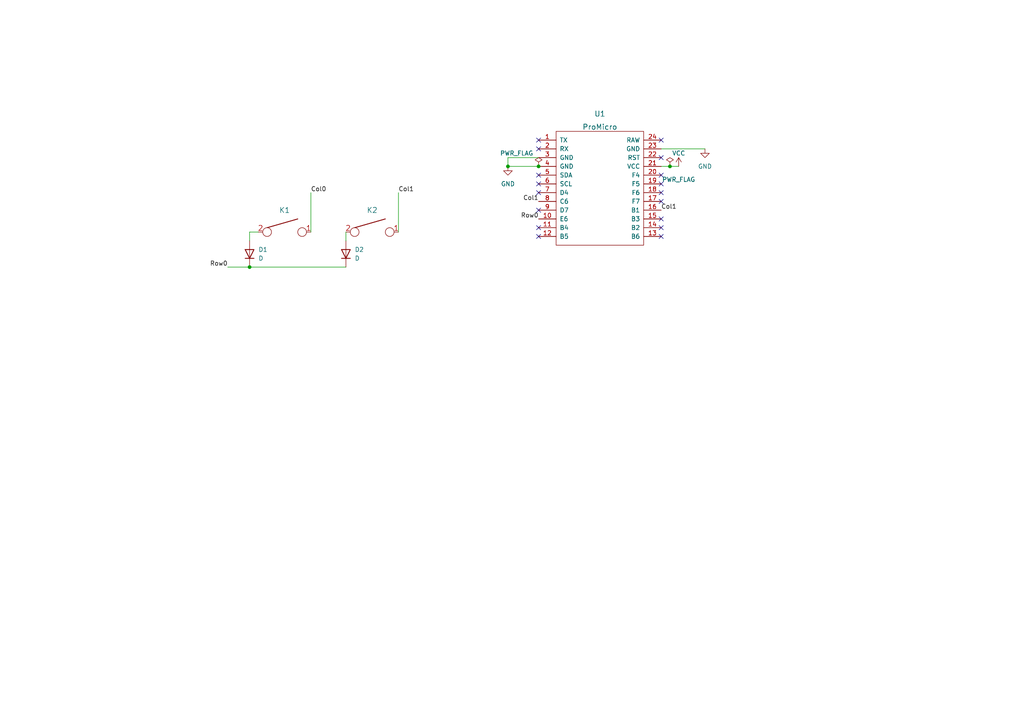
<source format=kicad_sch>
(kicad_sch (version 20211123) (generator eeschema)

  (uuid e63e39d7-6ac0-4ffd-8aa3-1841a4541b55)

  (paper "A4")

  (lib_symbols
    (symbol "Device:D" (pin_numbers hide) (pin_names (offset 1.016) hide) (in_bom yes) (on_board yes)
      (property "Reference" "D" (id 0) (at 0 2.54 0)
        (effects (font (size 1.27 1.27)))
      )
      (property "Value" "D" (id 1) (at 0 -2.54 0)
        (effects (font (size 1.27 1.27)))
      )
      (property "Footprint" "" (id 2) (at 0 0 0)
        (effects (font (size 1.27 1.27)) hide)
      )
      (property "Datasheet" "~" (id 3) (at 0 0 0)
        (effects (font (size 1.27 1.27)) hide)
      )
      (property "ki_keywords" "diode" (id 4) (at 0 0 0)
        (effects (font (size 1.27 1.27)) hide)
      )
      (property "ki_description" "Diode" (id 5) (at 0 0 0)
        (effects (font (size 1.27 1.27)) hide)
      )
      (property "ki_fp_filters" "TO-???* *_Diode_* *SingleDiode* D_*" (id 6) (at 0 0 0)
        (effects (font (size 1.27 1.27)) hide)
      )
      (symbol "D_0_1"
        (polyline
          (pts
            (xy -1.27 1.27)
            (xy -1.27 -1.27)
          )
          (stroke (width 0.254) (type default) (color 0 0 0 0))
          (fill (type none))
        )
        (polyline
          (pts
            (xy 1.27 0)
            (xy -1.27 0)
          )
          (stroke (width 0) (type default) (color 0 0 0 0))
          (fill (type none))
        )
        (polyline
          (pts
            (xy 1.27 1.27)
            (xy 1.27 -1.27)
            (xy -1.27 0)
            (xy 1.27 1.27)
          )
          (stroke (width 0.254) (type default) (color 0 0 0 0))
          (fill (type none))
        )
      )
      (symbol "D_1_1"
        (pin passive line (at -3.81 0 0) (length 2.54)
          (name "K" (effects (font (size 1.27 1.27))))
          (number "1" (effects (font (size 1.27 1.27))))
        )
        (pin passive line (at 3.81 0 180) (length 2.54)
          (name "A" (effects (font (size 1.27 1.27))))
          (number "2" (effects (font (size 1.27 1.27))))
        )
      )
    )
    (symbol "Keyboard:KEYSW" (pin_names (offset 1.016)) (in_bom yes) (on_board yes)
      (property "Reference" "K?" (id 0) (at -1.27 0 0)
        (effects (font (size 1.524 1.524)))
      )
      (property "Value" "KEYSW" (id 1) (at 0 -2.54 0)
        (effects (font (size 1.524 1.524)) hide)
      )
      (property "Footprint" "" (id 2) (at 0 0 0)
        (effects (font (size 1.524 1.524)))
      )
      (property "Datasheet" "" (id 3) (at 0 0 0)
        (effects (font (size 1.524 1.524)))
      )
      (symbol "KEYSW_0_1"
        (circle (center -5.08 0) (radius 1.27)
          (stroke (width 0) (type default) (color 0 0 0 0))
          (fill (type none))
        )
        (polyline
          (pts
            (xy -5.08 1.27)
            (xy 3.81 3.81)
          )
          (stroke (width 0.254) (type default) (color 0 0 0 0))
          (fill (type none))
        )
        (circle (center 5.08 0) (radius 1.27)
          (stroke (width 0) (type default) (color 0 0 0 0))
          (fill (type none))
        )
      )
      (symbol "KEYSW_1_1"
        (pin passive line (at 7.62 0 180) (length 1.27)
          (name "~" (effects (font (size 1.524 1.524))))
          (number "1" (effects (font (size 1.524 1.524))))
        )
        (pin passive line (at -7.62 0 0) (length 1.27)
          (name "~" (effects (font (size 1.524 1.524))))
          (number "2" (effects (font (size 1.524 1.524))))
        )
      )
    )
    (symbol "power:GND" (power) (pin_names (offset 0)) (in_bom yes) (on_board yes)
      (property "Reference" "#PWR" (id 0) (at 0 -6.35 0)
        (effects (font (size 1.27 1.27)) hide)
      )
      (property "Value" "GND" (id 1) (at 0 -3.81 0)
        (effects (font (size 1.27 1.27)))
      )
      (property "Footprint" "" (id 2) (at 0 0 0)
        (effects (font (size 1.27 1.27)) hide)
      )
      (property "Datasheet" "" (id 3) (at 0 0 0)
        (effects (font (size 1.27 1.27)) hide)
      )
      (property "ki_keywords" "power-flag" (id 4) (at 0 0 0)
        (effects (font (size 1.27 1.27)) hide)
      )
      (property "ki_description" "Power symbol creates a global label with name \"GND\" , ground" (id 5) (at 0 0 0)
        (effects (font (size 1.27 1.27)) hide)
      )
      (symbol "GND_0_1"
        (polyline
          (pts
            (xy 0 0)
            (xy 0 -1.27)
            (xy 1.27 -1.27)
            (xy 0 -2.54)
            (xy -1.27 -1.27)
            (xy 0 -1.27)
          )
          (stroke (width 0) (type default) (color 0 0 0 0))
          (fill (type none))
        )
      )
      (symbol "GND_1_1"
        (pin power_in line (at 0 0 270) (length 0) hide
          (name "GND" (effects (font (size 1.27 1.27))))
          (number "1" (effects (font (size 1.27 1.27))))
        )
      )
    )
    (symbol "power:PWR_FLAG" (power) (pin_numbers hide) (pin_names (offset 0) hide) (in_bom yes) (on_board yes)
      (property "Reference" "#FLG" (id 0) (at 0 1.905 0)
        (effects (font (size 1.27 1.27)) hide)
      )
      (property "Value" "PWR_FLAG" (id 1) (at 0 3.81 0)
        (effects (font (size 1.27 1.27)))
      )
      (property "Footprint" "" (id 2) (at 0 0 0)
        (effects (font (size 1.27 1.27)) hide)
      )
      (property "Datasheet" "~" (id 3) (at 0 0 0)
        (effects (font (size 1.27 1.27)) hide)
      )
      (property "ki_keywords" "power-flag" (id 4) (at 0 0 0)
        (effects (font (size 1.27 1.27)) hide)
      )
      (property "ki_description" "Special symbol for telling ERC where power comes from" (id 5) (at 0 0 0)
        (effects (font (size 1.27 1.27)) hide)
      )
      (symbol "PWR_FLAG_0_0"
        (pin power_out line (at 0 0 90) (length 0)
          (name "pwr" (effects (font (size 1.27 1.27))))
          (number "1" (effects (font (size 1.27 1.27))))
        )
      )
      (symbol "PWR_FLAG_0_1"
        (polyline
          (pts
            (xy 0 0)
            (xy 0 1.27)
            (xy -1.016 1.905)
            (xy 0 2.54)
            (xy 1.016 1.905)
            (xy 0 1.27)
          )
          (stroke (width 0) (type default) (color 0 0 0 0))
          (fill (type none))
        )
      )
    )
    (symbol "power:VCC" (power) (pin_names (offset 0)) (in_bom yes) (on_board yes)
      (property "Reference" "#PWR" (id 0) (at 0 -3.81 0)
        (effects (font (size 1.27 1.27)) hide)
      )
      (property "Value" "VCC" (id 1) (at 0 3.81 0)
        (effects (font (size 1.27 1.27)))
      )
      (property "Footprint" "" (id 2) (at 0 0 0)
        (effects (font (size 1.27 1.27)) hide)
      )
      (property "Datasheet" "" (id 3) (at 0 0 0)
        (effects (font (size 1.27 1.27)) hide)
      )
      (property "ki_keywords" "power-flag" (id 4) (at 0 0 0)
        (effects (font (size 1.27 1.27)) hide)
      )
      (property "ki_description" "Power symbol creates a global label with name \"VCC\"" (id 5) (at 0 0 0)
        (effects (font (size 1.27 1.27)) hide)
      )
      (symbol "VCC_0_1"
        (polyline
          (pts
            (xy -0.762 1.27)
            (xy 0 2.54)
          )
          (stroke (width 0) (type default) (color 0 0 0 0))
          (fill (type none))
        )
        (polyline
          (pts
            (xy 0 0)
            (xy 0 2.54)
          )
          (stroke (width 0) (type default) (color 0 0 0 0))
          (fill (type none))
        )
        (polyline
          (pts
            (xy 0 2.54)
            (xy 0.762 1.27)
          )
          (stroke (width 0) (type default) (color 0 0 0 0))
          (fill (type none))
        )
      )
      (symbol "VCC_1_1"
        (pin power_in line (at 0 0 90) (length 0) hide
          (name "VCC" (effects (font (size 1.27 1.27))))
          (number "1" (effects (font (size 1.27 1.27))))
        )
      )
    )
    (symbol "promicro:ProMicro" (pin_names (offset 1.016)) (in_bom yes) (on_board yes)
      (property "Reference" "U" (id 0) (at 0 24.13 0)
        (effects (font (size 1.524 1.524)))
      )
      (property "Value" "ProMicro" (id 1) (at 0 -13.97 0)
        (effects (font (size 1.524 1.524)))
      )
      (property "Footprint" "" (id 2) (at 2.54 -26.67 0)
        (effects (font (size 1.524 1.524)))
      )
      (property "Datasheet" "" (id 3) (at 2.54 -26.67 0)
        (effects (font (size 1.524 1.524)))
      )
      (symbol "ProMicro_0_1"
        (rectangle (start -12.7 21.59) (end 12.7 -11.43)
          (stroke (width 0) (type default) (color 0 0 0 0))
          (fill (type none))
        )
      )
      (symbol "ProMicro_1_1"
        (pin bidirectional line (at -17.78 19.05 0) (length 5.08)
          (name "TX" (effects (font (size 1.27 1.27))))
          (number "1" (effects (font (size 1.27 1.27))))
        )
        (pin bidirectional line (at -17.78 -3.81 0) (length 5.08)
          (name "E6" (effects (font (size 1.27 1.27))))
          (number "10" (effects (font (size 1.27 1.27))))
        )
        (pin bidirectional line (at -17.78 -6.35 0) (length 5.08)
          (name "B4" (effects (font (size 1.27 1.27))))
          (number "11" (effects (font (size 1.27 1.27))))
        )
        (pin bidirectional line (at -17.78 -8.89 0) (length 5.08)
          (name "B5" (effects (font (size 1.27 1.27))))
          (number "12" (effects (font (size 1.27 1.27))))
        )
        (pin bidirectional line (at 17.78 -8.89 180) (length 5.08)
          (name "B6" (effects (font (size 1.27 1.27))))
          (number "13" (effects (font (size 1.27 1.27))))
        )
        (pin bidirectional line (at 17.78 -6.35 180) (length 5.08)
          (name "B2" (effects (font (size 1.27 1.27))))
          (number "14" (effects (font (size 1.27 1.27))))
        )
        (pin bidirectional line (at 17.78 -3.81 180) (length 5.08)
          (name "B3" (effects (font (size 1.27 1.27))))
          (number "15" (effects (font (size 1.27 1.27))))
        )
        (pin bidirectional line (at 17.78 -1.27 180) (length 5.08)
          (name "B1" (effects (font (size 1.27 1.27))))
          (number "16" (effects (font (size 1.27 1.27))))
        )
        (pin bidirectional line (at 17.78 1.27 180) (length 5.08)
          (name "F7" (effects (font (size 1.27 1.27))))
          (number "17" (effects (font (size 1.27 1.27))))
        )
        (pin bidirectional line (at 17.78 3.81 180) (length 5.08)
          (name "F6" (effects (font (size 1.27 1.27))))
          (number "18" (effects (font (size 1.27 1.27))))
        )
        (pin bidirectional line (at 17.78 6.35 180) (length 5.08)
          (name "F5" (effects (font (size 1.27 1.27))))
          (number "19" (effects (font (size 1.27 1.27))))
        )
        (pin bidirectional line (at -17.78 16.51 0) (length 5.08)
          (name "RX" (effects (font (size 1.27 1.27))))
          (number "2" (effects (font (size 1.27 1.27))))
        )
        (pin bidirectional line (at 17.78 8.89 180) (length 5.08)
          (name "F4" (effects (font (size 1.27 1.27))))
          (number "20" (effects (font (size 1.27 1.27))))
        )
        (pin power_in line (at 17.78 11.43 180) (length 5.08)
          (name "VCC" (effects (font (size 1.27 1.27))))
          (number "21" (effects (font (size 1.27 1.27))))
        )
        (pin input line (at 17.78 13.97 180) (length 5.08)
          (name "RST" (effects (font (size 1.27 1.27))))
          (number "22" (effects (font (size 1.27 1.27))))
        )
        (pin power_in line (at 17.78 16.51 180) (length 5.08)
          (name "GND" (effects (font (size 1.27 1.27))))
          (number "23" (effects (font (size 1.27 1.27))))
        )
        (pin power_out line (at 17.78 19.05 180) (length 5.08)
          (name "RAW" (effects (font (size 1.27 1.27))))
          (number "24" (effects (font (size 1.27 1.27))))
        )
        (pin power_in line (at -17.78 13.97 0) (length 5.08)
          (name "GND" (effects (font (size 1.27 1.27))))
          (number "3" (effects (font (size 1.27 1.27))))
        )
        (pin power_in line (at -17.78 11.43 0) (length 5.08)
          (name "GND" (effects (font (size 1.27 1.27))))
          (number "4" (effects (font (size 1.27 1.27))))
        )
        (pin bidirectional line (at -17.78 8.89 0) (length 5.08)
          (name "SDA" (effects (font (size 1.27 1.27))))
          (number "5" (effects (font (size 1.27 1.27))))
        )
        (pin bidirectional line (at -17.78 6.35 0) (length 5.08)
          (name "SCL" (effects (font (size 1.27 1.27))))
          (number "6" (effects (font (size 1.27 1.27))))
        )
        (pin bidirectional line (at -17.78 3.81 0) (length 5.08)
          (name "D4" (effects (font (size 1.27 1.27))))
          (number "7" (effects (font (size 1.27 1.27))))
        )
        (pin bidirectional line (at -17.78 1.27 0) (length 5.08)
          (name "C6" (effects (font (size 1.27 1.27))))
          (number "8" (effects (font (size 1.27 1.27))))
        )
        (pin bidirectional line (at -17.78 -1.27 0) (length 5.08)
          (name "D7" (effects (font (size 1.27 1.27))))
          (number "9" (effects (font (size 1.27 1.27))))
        )
      )
    )
  )

  (junction (at 194.31 48.26) (diameter 0) (color 0 0 0 0)
    (uuid 41637e79-1e2c-46ae-aafa-6e0676082275)
  )
  (junction (at 156.21 48.26) (diameter 0) (color 0 0 0 0)
    (uuid 51ed44a8-2d30-45c5-9849-ef3812c7334f)
  )
  (junction (at 147.32 48.26) (diameter 0) (color 0 0 0 0)
    (uuid 56f58940-4058-43c1-9e53-2a1e88e7057f)
  )
  (junction (at 72.39 77.47) (diameter 0) (color 0 0 0 0)
    (uuid 7a059e60-4045-409c-9f6e-c11b6e2ca600)
  )

  (no_connect (at 191.77 50.8) (uuid 250c0577-42f2-40dc-a874-97e7a4c3e0f1))
  (no_connect (at 191.77 40.64) (uuid 250c0577-42f2-40dc-a874-97e7a4c3e0f2))
  (no_connect (at 191.77 45.72) (uuid 250c0577-42f2-40dc-a874-97e7a4c3e0f3))
  (no_connect (at 191.77 68.58) (uuid 250c0577-42f2-40dc-a874-97e7a4c3e0f4))
  (no_connect (at 191.77 66.04) (uuid 250c0577-42f2-40dc-a874-97e7a4c3e0f5))
  (no_connect (at 191.77 63.5) (uuid 250c0577-42f2-40dc-a874-97e7a4c3e0f6))
  (no_connect (at 191.77 58.42) (uuid 250c0577-42f2-40dc-a874-97e7a4c3e0f8))
  (no_connect (at 191.77 55.88) (uuid 250c0577-42f2-40dc-a874-97e7a4c3e0f9))
  (no_connect (at 191.77 53.34) (uuid 250c0577-42f2-40dc-a874-97e7a4c3e0fa))
  (no_connect (at 156.21 68.58) (uuid 250c0577-42f2-40dc-a874-97e7a4c3e0fb))
  (no_connect (at 156.21 66.04) (uuid 250c0577-42f2-40dc-a874-97e7a4c3e0fc))
  (no_connect (at 156.21 55.88) (uuid 6600f252-a4e0-4ce7-94f9-197b6b8b176a))
  (no_connect (at 156.21 53.34) (uuid 6600f252-a4e0-4ce7-94f9-197b6b8b176b))
  (no_connect (at 156.21 50.8) (uuid 6600f252-a4e0-4ce7-94f9-197b6b8b176c))
  (no_connect (at 156.21 43.18) (uuid 6600f252-a4e0-4ce7-94f9-197b6b8b176d))
  (no_connect (at 156.21 40.64) (uuid 6600f252-a4e0-4ce7-94f9-197b6b8b176e))
  (no_connect (at 156.21 60.96) (uuid 6c84e268-9825-45b9-bb7b-3039bf698baf))

  (wire (pts (xy 66.04 77.47) (xy 72.39 77.47))
    (stroke (width 0) (type default) (color 0 0 0 0))
    (uuid 0907ba5b-23a2-47df-b72a-3e857b4194d4)
  )
  (wire (pts (xy 72.39 67.31) (xy 72.39 69.85))
    (stroke (width 0) (type default) (color 0 0 0 0))
    (uuid 2ba8bd04-af57-4389-bafa-1cfbe0173388)
  )
  (wire (pts (xy 72.39 77.47) (xy 100.33 77.47))
    (stroke (width 0) (type default) (color 0 0 0 0))
    (uuid 2dbc2bf5-c8e7-4eb8-a066-a7aeab68dbb0)
  )
  (wire (pts (xy 204.47 43.18) (xy 191.77 43.18))
    (stroke (width 0) (type default) (color 0 0 0 0))
    (uuid 2dfa5ed5-a08e-47be-8d11-a3d0aa1d63d9)
  )
  (wire (pts (xy 191.77 48.26) (xy 194.31 48.26))
    (stroke (width 0) (type default) (color 0 0 0 0))
    (uuid 66020b09-f5e9-4753-a5df-c923ece99209)
  )
  (wire (pts (xy 74.93 67.31) (xy 72.39 67.31))
    (stroke (width 0) (type default) (color 0 0 0 0))
    (uuid 6a2a595d-9b7e-4692-8ecb-c5acc0d90a36)
  )
  (wire (pts (xy 156.21 45.72) (xy 147.32 45.72))
    (stroke (width 0) (type default) (color 0 0 0 0))
    (uuid 835ff427-677b-4565-9fda-710a036f7d8a)
  )
  (wire (pts (xy 100.33 67.31) (xy 100.33 69.85))
    (stroke (width 0) (type default) (color 0 0 0 0))
    (uuid 847f43cc-fae8-45c9-a1a7-88765846bfd1)
  )
  (wire (pts (xy 90.17 55.88) (xy 90.17 67.31))
    (stroke (width 0) (type default) (color 0 0 0 0))
    (uuid 9a5ca680-e402-4525-a9c4-1ac0001899ec)
  )
  (wire (pts (xy 147.32 48.26) (xy 156.21 48.26))
    (stroke (width 0) (type default) (color 0 0 0 0))
    (uuid 9dc6aaa9-5886-47bb-8067-7b640273282e)
  )
  (wire (pts (xy 115.57 55.88) (xy 115.57 67.31))
    (stroke (width 0) (type default) (color 0 0 0 0))
    (uuid c416363a-4b13-4ea6-9a13-7f89ce63afc5)
  )
  (wire (pts (xy 194.31 48.26) (xy 196.85 48.26))
    (stroke (width 0) (type default) (color 0 0 0 0))
    (uuid ce129e87-3383-4312-903a-c40ad8f707cd)
  )
  (wire (pts (xy 147.32 45.72) (xy 147.32 48.26))
    (stroke (width 0) (type default) (color 0 0 0 0))
    (uuid eca75337-9233-4f07-9aa1-bd6bf2a70c66)
  )

  (label "Col1" (at 115.57 55.88 0)
    (effects (font (size 1.27 1.27)) (justify left bottom))
    (uuid 0bf8f635-67bd-405b-b358-e00be4e66ec2)
  )
  (label "Col0" (at 90.17 55.88 0)
    (effects (font (size 1.27 1.27)) (justify left bottom))
    (uuid 2102f451-3ab3-41a6-a231-2b805574b4d2)
  )
  (label "Row0" (at 156.21 63.5 180)
    (effects (font (size 1.27 1.27)) (justify right bottom))
    (uuid 7f9010f1-e711-4af3-87f4-d02a3c066cca)
  )
  (label "Col1" (at 191.77 60.96 0)
    (effects (font (size 1.27 1.27)) (justify left bottom))
    (uuid a0a627e9-908e-44c7-bc7a-6a7382d23ed5)
  )
  (label "Col1" (at 156.21 58.42 180)
    (effects (font (size 1.27 1.27)) (justify right bottom))
    (uuid ade9a9d3-d6a9-4f7f-a885-f3d30947799b)
  )
  (label "Row0" (at 66.04 77.47 180)
    (effects (font (size 1.27 1.27)) (justify right bottom))
    (uuid af8eea7c-90b2-4e0f-93bf-e6fa0c6fe5d2)
  )

  (symbol (lib_id "Device:D") (at 72.39 73.66 90) (unit 1)
    (in_bom yes) (on_board yes) (fields_autoplaced)
    (uuid 29025db0-4027-47be-bd1b-bc1857e6f036)
    (property "Reference" "D1" (id 0) (at 74.93 72.3899 90)
      (effects (font (size 1.27 1.27)) (justify right))
    )
    (property "Value" "D" (id 1) (at 74.93 74.9299 90)
      (effects (font (size 1.27 1.27)) (justify right))
    )
    (property "Footprint" "Diode_SMD:D_SOD-123" (id 2) (at 72.39 73.66 0)
      (effects (font (size 1.27 1.27)) hide)
    )
    (property "Datasheet" "~" (id 3) (at 72.39 73.66 0)
      (effects (font (size 1.27 1.27)) hide)
    )
    (pin "1" (uuid 7501ad21-4187-496c-a90f-0409e87eb55e))
    (pin "2" (uuid 4b0d5d4a-858f-42ae-8e57-1e7448e19af7))
  )

  (symbol (lib_id "Device:D") (at 100.33 73.66 90) (unit 1)
    (in_bom yes) (on_board yes) (fields_autoplaced)
    (uuid 3ef91830-fa5a-47f8-affb-656a0ac69d3d)
    (property "Reference" "D2" (id 0) (at 102.87 72.3899 90)
      (effects (font (size 1.27 1.27)) (justify right))
    )
    (property "Value" "D" (id 1) (at 102.87 74.9299 90)
      (effects (font (size 1.27 1.27)) (justify right))
    )
    (property "Footprint" "Diode_SMD:D_SOD-123" (id 2) (at 100.33 73.66 0)
      (effects (font (size 1.27 1.27)) hide)
    )
    (property "Datasheet" "~" (id 3) (at 100.33 73.66 0)
      (effects (font (size 1.27 1.27)) hide)
    )
    (pin "1" (uuid 947b0d24-e675-4275-be53-ec6a797edfc3))
    (pin "2" (uuid bfbb6ebf-c172-4436-bf1a-4e9ed1de3494))
  )

  (symbol (lib_id "power:PWR_FLAG") (at 156.21 48.26 0) (unit 1)
    (in_bom yes) (on_board yes)
    (uuid 5d65ce9f-b5dd-4af3-9f79-4856d00be300)
    (property "Reference" "#FLG0101" (id 0) (at 156.21 46.355 0)
      (effects (font (size 1.27 1.27)) hide)
    )
    (property "Value" "PWR_FLAG" (id 1) (at 149.86 44.45 0))
    (property "Footprint" "" (id 2) (at 156.21 48.26 0)
      (effects (font (size 1.27 1.27)) hide)
    )
    (property "Datasheet" "~" (id 3) (at 156.21 48.26 0)
      (effects (font (size 1.27 1.27)) hide)
    )
    (pin "1" (uuid 456d616f-1360-4717-ab5d-073f54ee29d5))
  )

  (symbol (lib_id "promicro:ProMicro") (at 173.99 59.69 0) (unit 1)
    (in_bom yes) (on_board yes) (fields_autoplaced)
    (uuid 5e33a44b-82e2-48a7-8f5c-f366443b255b)
    (property "Reference" "U1" (id 0) (at 173.99 33.02 0)
      (effects (font (size 1.524 1.524)))
    )
    (property "Value" "ProMicro" (id 1) (at 173.99 36.83 0)
      (effects (font (size 1.524 1.524)))
    )
    (property "Footprint" "promicro:ProMicro" (id 2) (at 176.53 86.36 0)
      (effects (font (size 1.524 1.524)) hide)
    )
    (property "Datasheet" "" (id 3) (at 176.53 86.36 0)
      (effects (font (size 1.524 1.524)))
    )
    (pin "1" (uuid ab4a4840-9586-4260-ba79-2008e71e2579))
    (pin "10" (uuid dfb269ae-f769-440b-8f26-3daaa95dd99d))
    (pin "11" (uuid 3aa4fc3f-d8b3-4a8b-8d30-86596531b334))
    (pin "12" (uuid b824306e-786a-43fd-a6b3-1f0e10ebb070))
    (pin "13" (uuid 91128310-aa26-4abb-a696-aae08b52e0f2))
    (pin "14" (uuid 1a07af6f-c0c1-41ed-b2c5-0040654e00fb))
    (pin "15" (uuid 5aaf4c7d-cfb5-47c0-b955-f3e3c77f74d9))
    (pin "16" (uuid fe2d4343-f01b-4b2e-9780-2732434e72de))
    (pin "17" (uuid b45c94b2-390b-4bf2-992c-5206d8af1e8d))
    (pin "18" (uuid 6ded4042-e981-45ac-944f-72fe20599090))
    (pin "19" (uuid 3fa3cf95-d8a0-49e5-89c6-3a88f3393fef))
    (pin "2" (uuid f81f3dd0-592b-4b9f-91d6-c3774c0c55e9))
    (pin "20" (uuid de79f7af-cbe1-41ec-85d2-3c831d353bd3))
    (pin "21" (uuid a96ebde6-737b-4785-8c64-ed7f1c0b1fd4))
    (pin "22" (uuid 4abefbe7-cd78-4731-9613-b92142f8f7f6))
    (pin "23" (uuid 398866e3-b6b6-4775-8e4f-e5e2facb3ab0))
    (pin "24" (uuid 5a185ec0-19c0-4d66-8f1f-7d95b8da7179))
    (pin "3" (uuid 601bf165-cb74-4f9a-bce9-f97148caa867))
    (pin "4" (uuid db4c2784-d51a-4b9f-b9d8-dc0a5e09c5f9))
    (pin "5" (uuid 1378f577-84ef-46f6-bd55-fda36e624a78))
    (pin "6" (uuid 96747048-a9a8-48e6-aca6-3548bdd56fcb))
    (pin "7" (uuid ffc701ef-90c2-44ea-9af1-9dadd4c21a62))
    (pin "8" (uuid abe6ddb1-26c3-4ed5-9e7c-ecf72cb1fd93))
    (pin "9" (uuid 61e20929-fdb8-4de8-a467-5c7fb9e87a1e))
  )

  (symbol (lib_id "power:GND") (at 147.32 48.26 0) (unit 1)
    (in_bom yes) (on_board yes) (fields_autoplaced)
    (uuid 6ce1db79-4cb2-40a0-929f-de46697cd62c)
    (property "Reference" "#PWR01" (id 0) (at 147.32 54.61 0)
      (effects (font (size 1.27 1.27)) hide)
    )
    (property "Value" "GND" (id 1) (at 147.32 53.34 0))
    (property "Footprint" "" (id 2) (at 147.32 48.26 0)
      (effects (font (size 1.27 1.27)) hide)
    )
    (property "Datasheet" "" (id 3) (at 147.32 48.26 0)
      (effects (font (size 1.27 1.27)) hide)
    )
    (pin "1" (uuid ce8821ae-037e-4df7-ada4-7274e5e01351))
  )

  (symbol (lib_id "power:VCC") (at 196.85 48.26 0) (unit 1)
    (in_bom yes) (on_board yes)
    (uuid 7dfd5aae-d470-4757-9201-12c4105a2d36)
    (property "Reference" "#PWR02" (id 0) (at 196.85 52.07 0)
      (effects (font (size 1.27 1.27)) hide)
    )
    (property "Value" "VCC" (id 1) (at 196.85 44.45 0))
    (property "Footprint" "" (id 2) (at 196.85 48.26 0)
      (effects (font (size 1.27 1.27)) hide)
    )
    (property "Datasheet" "" (id 3) (at 196.85 48.26 0)
      (effects (font (size 1.27 1.27)) hide)
    )
    (pin "1" (uuid 824cf7ae-6318-45a7-8d81-c4af4e561dd1))
  )

  (symbol (lib_id "power:PWR_FLAG") (at 194.31 48.26 0) (unit 1)
    (in_bom yes) (on_board yes)
    (uuid 9fe5878c-2401-4784-9bc6-cfb3b89b719d)
    (property "Reference" "#FLG0102" (id 0) (at 194.31 46.355 0)
      (effects (font (size 1.27 1.27)) hide)
    )
    (property "Value" "PWR_FLAG" (id 1) (at 196.85 52.07 0))
    (property "Footprint" "" (id 2) (at 194.31 48.26 0)
      (effects (font (size 1.27 1.27)) hide)
    )
    (property "Datasheet" "~" (id 3) (at 194.31 48.26 0)
      (effects (font (size 1.27 1.27)) hide)
    )
    (pin "1" (uuid d5c4274e-63db-40e6-be39-6e15519bc0c5))
  )

  (symbol (lib_id "Keyboard:KEYSW") (at 107.95 67.31 0) (unit 1)
    (in_bom yes) (on_board yes) (fields_autoplaced)
    (uuid a40fcd96-60f7-4bf0-a14b-0b7260ef9b5a)
    (property "Reference" "K2" (id 0) (at 107.95 60.96 0)
      (effects (font (size 1.524 1.524)))
    )
    (property "Value" "KEYSW" (id 1) (at 107.95 69.85 0)
      (effects (font (size 1.524 1.524)) hide)
    )
    (property "Footprint" "Button_Switch_Keyboard:SW_Cherry_MX_1.00u_PCB" (id 2) (at 107.95 67.31 0)
      (effects (font (size 1.524 1.524)) hide)
    )
    (property "Datasheet" "" (id 3) (at 107.95 67.31 0)
      (effects (font (size 1.524 1.524)))
    )
    (pin "1" (uuid 6b0610c8-07fa-405a-a029-c5fe9406307a))
    (pin "2" (uuid 7710e338-5ba0-4829-9bd7-f49af8f8c615))
  )

  (symbol (lib_id "Keyboard:KEYSW") (at 82.55 67.31 0) (unit 1)
    (in_bom yes) (on_board yes) (fields_autoplaced)
    (uuid da6feb41-d727-41b1-9782-51b4d2629769)
    (property "Reference" "K1" (id 0) (at 82.55 60.96 0)
      (effects (font (size 1.524 1.524)))
    )
    (property "Value" "KEYSW" (id 1) (at 82.55 69.85 0)
      (effects (font (size 1.524 1.524)) hide)
    )
    (property "Footprint" "Button_Switch_Keyboard:SW_Cherry_MX_1.00u_PCB" (id 2) (at 82.55 67.31 0)
      (effects (font (size 1.524 1.524)) hide)
    )
    (property "Datasheet" "" (id 3) (at 82.55 67.31 0)
      (effects (font (size 1.524 1.524)))
    )
    (pin "1" (uuid 9eec71cd-9507-4ad0-b874-820b77a28dab))
    (pin "2" (uuid 10d69291-4a25-42c5-b3c2-138b79c64329))
  )

  (symbol (lib_id "power:GND") (at 204.47 43.18 0) (unit 1)
    (in_bom yes) (on_board yes) (fields_autoplaced)
    (uuid df1cf7bf-b674-46d8-b211-7ea8a6ae2dcc)
    (property "Reference" "#PWR03" (id 0) (at 204.47 49.53 0)
      (effects (font (size 1.27 1.27)) hide)
    )
    (property "Value" "GND" (id 1) (at 204.47 48.26 0))
    (property "Footprint" "" (id 2) (at 204.47 43.18 0)
      (effects (font (size 1.27 1.27)) hide)
    )
    (property "Datasheet" "" (id 3) (at 204.47 43.18 0)
      (effects (font (size 1.27 1.27)) hide)
    )
    (pin "1" (uuid 9c034ea9-79d1-4599-81d7-a4f35da6e5e4))
  )

  (sheet_instances
    (path "/" (page "1"))
  )

  (symbol_instances
    (path "/5d65ce9f-b5dd-4af3-9f79-4856d00be300"
      (reference "#FLG0101") (unit 1) (value "PWR_FLAG") (footprint "")
    )
    (path "/9fe5878c-2401-4784-9bc6-cfb3b89b719d"
      (reference "#FLG0102") (unit 1) (value "PWR_FLAG") (footprint "")
    )
    (path "/6ce1db79-4cb2-40a0-929f-de46697cd62c"
      (reference "#PWR01") (unit 1) (value "GND") (footprint "")
    )
    (path "/7dfd5aae-d470-4757-9201-12c4105a2d36"
      (reference "#PWR02") (unit 1) (value "VCC") (footprint "")
    )
    (path "/df1cf7bf-b674-46d8-b211-7ea8a6ae2dcc"
      (reference "#PWR03") (unit 1) (value "GND") (footprint "")
    )
    (path "/29025db0-4027-47be-bd1b-bc1857e6f036"
      (reference "D1") (unit 1) (value "D") (footprint "Diode_SMD:D_SOD-123")
    )
    (path "/3ef91830-fa5a-47f8-affb-656a0ac69d3d"
      (reference "D2") (unit 1) (value "D") (footprint "Diode_SMD:D_SOD-123")
    )
    (path "/da6feb41-d727-41b1-9782-51b4d2629769"
      (reference "K1") (unit 1) (value "KEYSW") (footprint "Button_Switch_Keyboard:SW_Cherry_MX_1.00u_PCB")
    )
    (path "/a40fcd96-60f7-4bf0-a14b-0b7260ef9b5a"
      (reference "K2") (unit 1) (value "KEYSW") (footprint "Button_Switch_Keyboard:SW_Cherry_MX_1.00u_PCB")
    )
    (path "/5e33a44b-82e2-48a7-8f5c-f366443b255b"
      (reference "U1") (unit 1) (value "ProMicro") (footprint "promicro:ProMicro")
    )
  )
)

</source>
